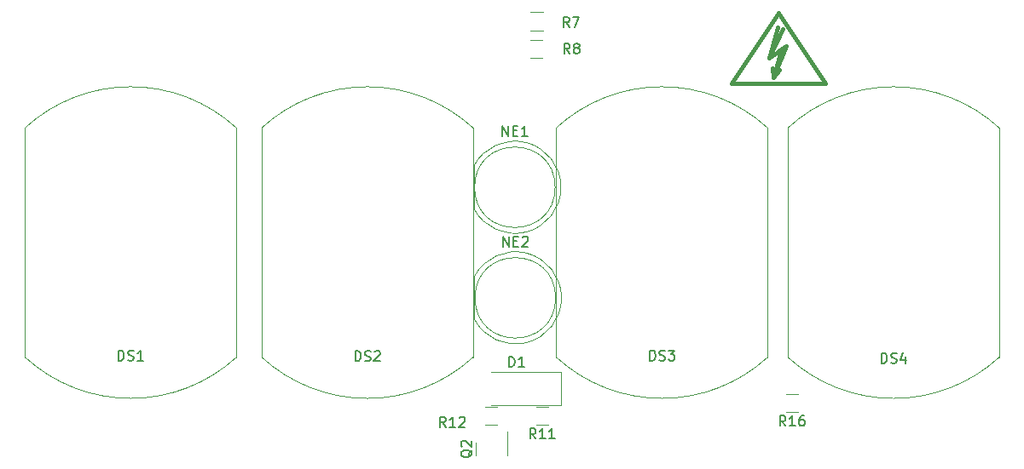
<source format=gbr>
G04 #@! TF.GenerationSoftware,KiCad,Pcbnew,(6.0.0)*
G04 #@! TF.CreationDate,2022-12-26T17:37:19+03:00*
G04 #@! TF.ProjectId,nixie display,6e697869-6520-4646-9973-706c61792e6b,rev?*
G04 #@! TF.SameCoordinates,Original*
G04 #@! TF.FileFunction,Legend,Top*
G04 #@! TF.FilePolarity,Positive*
%FSLAX46Y46*%
G04 Gerber Fmt 4.6, Leading zero omitted, Abs format (unit mm)*
G04 Created by KiCad (PCBNEW (6.0.0)) date 2022-12-26 17:37:19*
%MOMM*%
%LPD*%
G01*
G04 APERTURE LIST*
%ADD10C,0.150000*%
%ADD11C,0.120000*%
%ADD12C,0.381000*%
G04 APERTURE END LIST*
D10*
X121010514Y-88234780D02*
X121010514Y-87234780D01*
X121248609Y-87234780D01*
X121391466Y-87282400D01*
X121486704Y-87377638D01*
X121534323Y-87472876D01*
X121581942Y-87663352D01*
X121581942Y-87806209D01*
X121534323Y-87996685D01*
X121486704Y-88091923D01*
X121391466Y-88187161D01*
X121248609Y-88234780D01*
X121010514Y-88234780D01*
X121962895Y-88187161D02*
X122105752Y-88234780D01*
X122343847Y-88234780D01*
X122439085Y-88187161D01*
X122486704Y-88139542D01*
X122534323Y-88044304D01*
X122534323Y-87949066D01*
X122486704Y-87853828D01*
X122439085Y-87806209D01*
X122343847Y-87758590D01*
X122153371Y-87710971D01*
X122058133Y-87663352D01*
X122010514Y-87615733D01*
X121962895Y-87520495D01*
X121962895Y-87425257D01*
X122010514Y-87330019D01*
X122058133Y-87282400D01*
X122153371Y-87234780D01*
X122391466Y-87234780D01*
X122534323Y-87282400D01*
X123486704Y-88234780D02*
X122915276Y-88234780D01*
X123200990Y-88234780D02*
X123200990Y-87234780D01*
X123105752Y-87377638D01*
X123010514Y-87472876D01*
X122915276Y-87520495D01*
X144530914Y-88285580D02*
X144530914Y-87285580D01*
X144769009Y-87285580D01*
X144911866Y-87333200D01*
X145007104Y-87428438D01*
X145054723Y-87523676D01*
X145102342Y-87714152D01*
X145102342Y-87857009D01*
X145054723Y-88047485D01*
X145007104Y-88142723D01*
X144911866Y-88237961D01*
X144769009Y-88285580D01*
X144530914Y-88285580D01*
X145483295Y-88237961D02*
X145626152Y-88285580D01*
X145864247Y-88285580D01*
X145959485Y-88237961D01*
X146007104Y-88190342D01*
X146054723Y-88095104D01*
X146054723Y-87999866D01*
X146007104Y-87904628D01*
X145959485Y-87857009D01*
X145864247Y-87809390D01*
X145673771Y-87761771D01*
X145578533Y-87714152D01*
X145530914Y-87666533D01*
X145483295Y-87571295D01*
X145483295Y-87476057D01*
X145530914Y-87380819D01*
X145578533Y-87333200D01*
X145673771Y-87285580D01*
X145911866Y-87285580D01*
X146054723Y-87333200D01*
X146435676Y-87380819D02*
X146483295Y-87333200D01*
X146578533Y-87285580D01*
X146816628Y-87285580D01*
X146911866Y-87333200D01*
X146959485Y-87380819D01*
X147007104Y-87476057D01*
X147007104Y-87571295D01*
X146959485Y-87714152D01*
X146388057Y-88285580D01*
X147007104Y-88285580D01*
X173791714Y-88234780D02*
X173791714Y-87234780D01*
X174029809Y-87234780D01*
X174172666Y-87282400D01*
X174267904Y-87377638D01*
X174315523Y-87472876D01*
X174363142Y-87663352D01*
X174363142Y-87806209D01*
X174315523Y-87996685D01*
X174267904Y-88091923D01*
X174172666Y-88187161D01*
X174029809Y-88234780D01*
X173791714Y-88234780D01*
X174744095Y-88187161D02*
X174886952Y-88234780D01*
X175125047Y-88234780D01*
X175220285Y-88187161D01*
X175267904Y-88139542D01*
X175315523Y-88044304D01*
X175315523Y-87949066D01*
X175267904Y-87853828D01*
X175220285Y-87806209D01*
X175125047Y-87758590D01*
X174934571Y-87710971D01*
X174839333Y-87663352D01*
X174791714Y-87615733D01*
X174744095Y-87520495D01*
X174744095Y-87425257D01*
X174791714Y-87330019D01*
X174839333Y-87282400D01*
X174934571Y-87234780D01*
X175172666Y-87234780D01*
X175315523Y-87282400D01*
X175648857Y-87234780D02*
X176267904Y-87234780D01*
X175934571Y-87615733D01*
X176077428Y-87615733D01*
X176172666Y-87663352D01*
X176220285Y-87710971D01*
X176267904Y-87806209D01*
X176267904Y-88044304D01*
X176220285Y-88139542D01*
X176172666Y-88187161D01*
X176077428Y-88234780D01*
X175791714Y-88234780D01*
X175696476Y-88187161D01*
X175648857Y-88139542D01*
X196785714Y-88488780D02*
X196785714Y-87488780D01*
X197023809Y-87488780D01*
X197166666Y-87536400D01*
X197261904Y-87631638D01*
X197309523Y-87726876D01*
X197357142Y-87917352D01*
X197357142Y-88060209D01*
X197309523Y-88250685D01*
X197261904Y-88345923D01*
X197166666Y-88441161D01*
X197023809Y-88488780D01*
X196785714Y-88488780D01*
X197738095Y-88441161D02*
X197880952Y-88488780D01*
X198119047Y-88488780D01*
X198214285Y-88441161D01*
X198261904Y-88393542D01*
X198309523Y-88298304D01*
X198309523Y-88203066D01*
X198261904Y-88107828D01*
X198214285Y-88060209D01*
X198119047Y-88012590D01*
X197928571Y-87964971D01*
X197833333Y-87917352D01*
X197785714Y-87869733D01*
X197738095Y-87774495D01*
X197738095Y-87679257D01*
X197785714Y-87584019D01*
X197833333Y-87536400D01*
X197928571Y-87488780D01*
X198166666Y-87488780D01*
X198309523Y-87536400D01*
X199166666Y-87822114D02*
X199166666Y-88488780D01*
X198928571Y-87441161D02*
X198690476Y-88155447D01*
X199309523Y-88155447D01*
X159811904Y-88844380D02*
X159811904Y-87844380D01*
X160050000Y-87844380D01*
X160192857Y-87892000D01*
X160288095Y-87987238D01*
X160335714Y-88082476D01*
X160383333Y-88272952D01*
X160383333Y-88415809D01*
X160335714Y-88606285D01*
X160288095Y-88701523D01*
X160192857Y-88796761D01*
X160050000Y-88844380D01*
X159811904Y-88844380D01*
X161335714Y-88844380D02*
X160764285Y-88844380D01*
X161050000Y-88844380D02*
X161050000Y-87844380D01*
X160954761Y-87987238D01*
X160859523Y-88082476D01*
X160764285Y-88130095D01*
X159175714Y-65892380D02*
X159175714Y-64892380D01*
X159747142Y-65892380D01*
X159747142Y-64892380D01*
X160223333Y-65368571D02*
X160556666Y-65368571D01*
X160699523Y-65892380D02*
X160223333Y-65892380D01*
X160223333Y-64892380D01*
X160699523Y-64892380D01*
X161651904Y-65892380D02*
X161080476Y-65892380D01*
X161366190Y-65892380D02*
X161366190Y-64892380D01*
X161270952Y-65035238D01*
X161175714Y-65130476D01*
X161080476Y-65178095D01*
X159225714Y-76892380D02*
X159225714Y-75892380D01*
X159797142Y-76892380D01*
X159797142Y-75892380D01*
X160273333Y-76368571D02*
X160606666Y-76368571D01*
X160749523Y-76892380D02*
X160273333Y-76892380D01*
X160273333Y-75892380D01*
X160749523Y-75892380D01*
X161130476Y-75987619D02*
X161178095Y-75940000D01*
X161273333Y-75892380D01*
X161511428Y-75892380D01*
X161606666Y-75940000D01*
X161654285Y-75987619D01*
X161701904Y-76082857D01*
X161701904Y-76178095D01*
X161654285Y-76320952D01*
X161082857Y-76892380D01*
X161701904Y-76892380D01*
X156148019Y-97123238D02*
X156100400Y-97218476D01*
X156005161Y-97313714D01*
X155862304Y-97456571D01*
X155814685Y-97551809D01*
X155814685Y-97647047D01*
X156052780Y-97599428D02*
X156005161Y-97694666D01*
X155909923Y-97789904D01*
X155719447Y-97837523D01*
X155386114Y-97837523D01*
X155195638Y-97789904D01*
X155100400Y-97694666D01*
X155052780Y-97599428D01*
X155052780Y-97408952D01*
X155100400Y-97313714D01*
X155195638Y-97218476D01*
X155386114Y-97170857D01*
X155719447Y-97170857D01*
X155909923Y-97218476D01*
X156005161Y-97313714D01*
X156052780Y-97408952D01*
X156052780Y-97599428D01*
X155148019Y-96789904D02*
X155100400Y-96742285D01*
X155052780Y-96647047D01*
X155052780Y-96408952D01*
X155100400Y-96313714D01*
X155148019Y-96266095D01*
X155243257Y-96218476D01*
X155338495Y-96218476D01*
X155481352Y-96266095D01*
X156052780Y-96837523D01*
X156052780Y-96218476D01*
X165796933Y-55062380D02*
X165463600Y-54586190D01*
X165225504Y-55062380D02*
X165225504Y-54062380D01*
X165606457Y-54062380D01*
X165701695Y-54110000D01*
X165749314Y-54157619D01*
X165796933Y-54252857D01*
X165796933Y-54395714D01*
X165749314Y-54490952D01*
X165701695Y-54538571D01*
X165606457Y-54586190D01*
X165225504Y-54586190D01*
X166130266Y-54062380D02*
X166796933Y-54062380D01*
X166368361Y-55062380D01*
X165847733Y-57703980D02*
X165514400Y-57227790D01*
X165276304Y-57703980D02*
X165276304Y-56703980D01*
X165657257Y-56703980D01*
X165752495Y-56751600D01*
X165800114Y-56799219D01*
X165847733Y-56894457D01*
X165847733Y-57037314D01*
X165800114Y-57132552D01*
X165752495Y-57180171D01*
X165657257Y-57227790D01*
X165276304Y-57227790D01*
X166419161Y-57132552D02*
X166323923Y-57084933D01*
X166276304Y-57037314D01*
X166228685Y-56942076D01*
X166228685Y-56894457D01*
X166276304Y-56799219D01*
X166323923Y-56751600D01*
X166419161Y-56703980D01*
X166609638Y-56703980D01*
X166704876Y-56751600D01*
X166752495Y-56799219D01*
X166800114Y-56894457D01*
X166800114Y-56942076D01*
X166752495Y-57037314D01*
X166704876Y-57084933D01*
X166609638Y-57132552D01*
X166419161Y-57132552D01*
X166323923Y-57180171D01*
X166276304Y-57227790D01*
X166228685Y-57323028D01*
X166228685Y-57513504D01*
X166276304Y-57608742D01*
X166323923Y-57656361D01*
X166419161Y-57703980D01*
X166609638Y-57703980D01*
X166704876Y-57656361D01*
X166752495Y-57608742D01*
X166800114Y-57513504D01*
X166800114Y-57323028D01*
X166752495Y-57227790D01*
X166704876Y-57180171D01*
X166609638Y-57132552D01*
X162461642Y-95998380D02*
X162128309Y-95522190D01*
X161890214Y-95998380D02*
X161890214Y-94998380D01*
X162271166Y-94998380D01*
X162366404Y-95046000D01*
X162414023Y-95093619D01*
X162461642Y-95188857D01*
X162461642Y-95331714D01*
X162414023Y-95426952D01*
X162366404Y-95474571D01*
X162271166Y-95522190D01*
X161890214Y-95522190D01*
X163414023Y-95998380D02*
X162842595Y-95998380D01*
X163128309Y-95998380D02*
X163128309Y-94998380D01*
X163033071Y-95141238D01*
X162937833Y-95236476D01*
X162842595Y-95284095D01*
X164366404Y-95998380D02*
X163794976Y-95998380D01*
X164080690Y-95998380D02*
X164080690Y-94998380D01*
X163985452Y-95141238D01*
X163890214Y-95236476D01*
X163794976Y-95284095D01*
X153535142Y-94838780D02*
X153201809Y-94362590D01*
X152963714Y-94838780D02*
X152963714Y-93838780D01*
X153344666Y-93838780D01*
X153439904Y-93886400D01*
X153487523Y-93934019D01*
X153535142Y-94029257D01*
X153535142Y-94172114D01*
X153487523Y-94267352D01*
X153439904Y-94314971D01*
X153344666Y-94362590D01*
X152963714Y-94362590D01*
X154487523Y-94838780D02*
X153916095Y-94838780D01*
X154201809Y-94838780D02*
X154201809Y-93838780D01*
X154106571Y-93981638D01*
X154011333Y-94076876D01*
X153916095Y-94124495D01*
X154868476Y-93934019D02*
X154916095Y-93886400D01*
X155011333Y-93838780D01*
X155249428Y-93838780D01*
X155344666Y-93886400D01*
X155392285Y-93934019D01*
X155439904Y-94029257D01*
X155439904Y-94124495D01*
X155392285Y-94267352D01*
X154820857Y-94838780D01*
X155439904Y-94838780D01*
X187280642Y-94728380D02*
X186947309Y-94252190D01*
X186709214Y-94728380D02*
X186709214Y-93728380D01*
X187090166Y-93728380D01*
X187185404Y-93776000D01*
X187233023Y-93823619D01*
X187280642Y-93918857D01*
X187280642Y-94061714D01*
X187233023Y-94156952D01*
X187185404Y-94204571D01*
X187090166Y-94252190D01*
X186709214Y-94252190D01*
X188233023Y-94728380D02*
X187661595Y-94728380D01*
X187947309Y-94728380D02*
X187947309Y-93728380D01*
X187852071Y-93871238D01*
X187756833Y-93966476D01*
X187661595Y-94014095D01*
X189090166Y-93728380D02*
X188899690Y-93728380D01*
X188804452Y-93776000D01*
X188756833Y-93823619D01*
X188661595Y-93966476D01*
X188613976Y-94156952D01*
X188613976Y-94537904D01*
X188661595Y-94633142D01*
X188709214Y-94680761D01*
X188804452Y-94728380D01*
X188994928Y-94728380D01*
X189090166Y-94680761D01*
X189137785Y-94633142D01*
X189185404Y-94537904D01*
X189185404Y-94299809D01*
X189137785Y-94204571D01*
X189090166Y-94156952D01*
X188994928Y-94109333D01*
X188804452Y-94109333D01*
X188709214Y-94156952D01*
X188661595Y-94204571D01*
X188613976Y-94299809D01*
D11*
X111749126Y-65099051D02*
X111750001Y-87899999D01*
X132750874Y-87900949D02*
X132749999Y-65100001D01*
X132749999Y-65100001D02*
G75*
G03*
X122250000Y-61001292I-10499998J-11399997D01*
G01*
X122250000Y-92000000D02*
G75*
G03*
X132750874Y-87900949I-1J15500001D01*
G01*
X122250000Y-61000000D02*
G75*
G03*
X111749126Y-65099051I1J-15500001D01*
G01*
X111750001Y-87899999D02*
G75*
G03*
X122250000Y-91998708I10499998J11399997D01*
G01*
X135249126Y-65099051D02*
X135250001Y-87899999D01*
X156250874Y-87900949D02*
X156249999Y-65100001D01*
X145750000Y-92000000D02*
G75*
G03*
X156250874Y-87900949I-1J15500001D01*
G01*
X145750000Y-61000000D02*
G75*
G03*
X135249126Y-65099051I1J-15500001D01*
G01*
X135250001Y-87899999D02*
G75*
G03*
X145750000Y-91998708I10499998J11399997D01*
G01*
X156249999Y-65100001D02*
G75*
G03*
X145750000Y-61001292I-10499998J-11399997D01*
G01*
X164499126Y-65099051D02*
X164500001Y-87899999D01*
X185500874Y-87900949D02*
X185499999Y-65100001D01*
X164500001Y-87899999D02*
G75*
G03*
X175000000Y-91998708I10499998J11399997D01*
G01*
X185499999Y-65100001D02*
G75*
G03*
X175000000Y-61001292I-10499998J-11399997D01*
G01*
X175000000Y-61000000D02*
G75*
G03*
X164499126Y-65099051I1J-15500001D01*
G01*
X175000000Y-92000000D02*
G75*
G03*
X185500874Y-87900949I-1J15500001D01*
G01*
X187499126Y-65099051D02*
X187500001Y-87899999D01*
X208500874Y-87900949D02*
X208499999Y-65100001D01*
X208499999Y-65100001D02*
G75*
G03*
X198000000Y-61001292I-10499998J-11399997D01*
G01*
X198000000Y-61000000D02*
G75*
G03*
X187499126Y-65099051I1J-15500001D01*
G01*
X198000000Y-92000000D02*
G75*
G03*
X208500874Y-87900949I-1J15500001D01*
G01*
X187500001Y-87899999D02*
G75*
G03*
X198000000Y-91998708I10499998J11399997D01*
G01*
X164950000Y-92640000D02*
X158050000Y-92640000D01*
X164950000Y-92640000D02*
X164950000Y-89340000D01*
X164950000Y-89340000D02*
X158050000Y-89340000D01*
X156330000Y-68858000D02*
X156330000Y-73142000D01*
X164980000Y-71000486D02*
G75*
G03*
X156330000Y-68858855I-4590000J486D01*
G01*
X156330000Y-73141145D02*
G75*
G03*
X164980000Y-70999514I4060000J2141145D01*
G01*
X164390000Y-71000000D02*
G75*
G03*
X164390000Y-71000000I-4000000J0D01*
G01*
X156380000Y-79858000D02*
X156380000Y-84142000D01*
X156380000Y-84141145D02*
G75*
G03*
X165030000Y-81999514I4060000J2141145D01*
G01*
X165030000Y-82000486D02*
G75*
G03*
X156380000Y-79858855I-4590000J486D01*
G01*
X164440000Y-82000000D02*
G75*
G03*
X164440000Y-82000000I-4000000J0D01*
G01*
X156494000Y-97012000D02*
X156494000Y-97662000D01*
X156494000Y-97012000D02*
X156494000Y-96362000D01*
X159614000Y-97012000D02*
X159614000Y-97662000D01*
X159614000Y-97012000D02*
X159614000Y-95337000D01*
X161970436Y-53590000D02*
X163174564Y-53590000D01*
X161970436Y-55410000D02*
X163174564Y-55410000D01*
X161947936Y-58140000D02*
X163152064Y-58140000D01*
X161947936Y-56320000D02*
X163152064Y-56320000D01*
X163706564Y-94636000D02*
X162502436Y-94636000D01*
X163706564Y-92816000D02*
X162502436Y-92816000D01*
X157422436Y-92816000D02*
X158626564Y-92816000D01*
X157422436Y-94636000D02*
X158626564Y-94636000D01*
X188525564Y-91546000D02*
X187321436Y-91546000D01*
X188525564Y-93366000D02*
X187321436Y-93366000D01*
D12*
X186570000Y-53660000D02*
X181880000Y-60630000D01*
X186620000Y-57360000D02*
X187290000Y-56920000D01*
X181880000Y-60630000D02*
X191250000Y-60640000D01*
D11*
X186730000Y-57370000D02*
X186620000Y-57360000D01*
D12*
X191250000Y-60640000D02*
X186570000Y-53660000D01*
X186470000Y-55050000D02*
X185640000Y-58090000D01*
X185640000Y-58090000D02*
X186980000Y-55230000D01*
X185640000Y-58090000D02*
X186730000Y-57370000D01*
X187290000Y-56920000D02*
X186070000Y-60090000D01*
X186070000Y-60090000D02*
X186690000Y-59340000D01*
X186070000Y-60090000D02*
X186830000Y-57330000D01*
X186070000Y-60090000D02*
X185970000Y-59140000D01*
M02*

</source>
